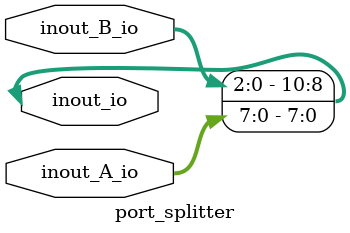
<source format=v>
`timescale 1ns / 1ps
/* Gxsm - Gnome X Scanning Microscopy 
 * ** FPGA Implementaions RPSPMC aka RedPitaya Scanning Probe Control **
 * universal STM/AFM/SARLS/SPALEED/... controlling and
 * data analysis software
 * 
 * Copyright (C) 1999-2025 by Percy Zahl
 *
 * Authors: Percy Zahl <zahl@users.sf.net>
 * WWW Home: http://gxsm.sf.net
 *
 * This program is free software; you can redistribute it and/or modify
 * it under the terms of the GNU General Public License as published by
 * the Free Software Foundation; either version 2 of the License, or
 * (at your option) any later version.
 *
 * This program is distributed in the hope that it will be useful,
 * but WITHOUT ANY WARRANTY; without even the implied warranty of
 * MERCHANTABILITY or FITNESS FOR A PARTICULAR PURPOSE.  See the
 * GNU General Public License for more details.
 *
 * You should have received a copy of the GNU General Public License
 * along with this program; if not, write to the Free Software
 * Foundation, Inc., 59 Temple Place, Suite 330, Boston, MA 02111-1307, USA.
 */
// 
// Create Date: 01/11/2025 12:04:22 AM
// Design Name:    part of RPSPMC
// Module Name:    AD463x io connect to RP modules
// Project Name:   RPSPMC 4 GXSM
// Target Devices: Zynq z7020
// Tool Versions:  Vivado 2023.1
// Description:    IO portspliter
// Company: 
// Engineer: 
// 
// Dependencies: 
// 
// Revision:
// Revision 0.01 - File Created
// Additional Comments:
// 
//////////////////////////////////////////////////////////////////////////////////


module port_splitter #(
  parameter MIDA  = 7,
  parameter MIDB  = 8,
  parameter END   = 10
)
(
    inout [END      :0]  inout_io,
    inout [MIDA     :0]  inout_A_io,
    inout [END-MIDB :0]  inout_B_io
);

assign inout_A_io = inout_io[MIDA:0];
assign inout_B_io = inout_io[END:MIDB];

endmodule

</source>
